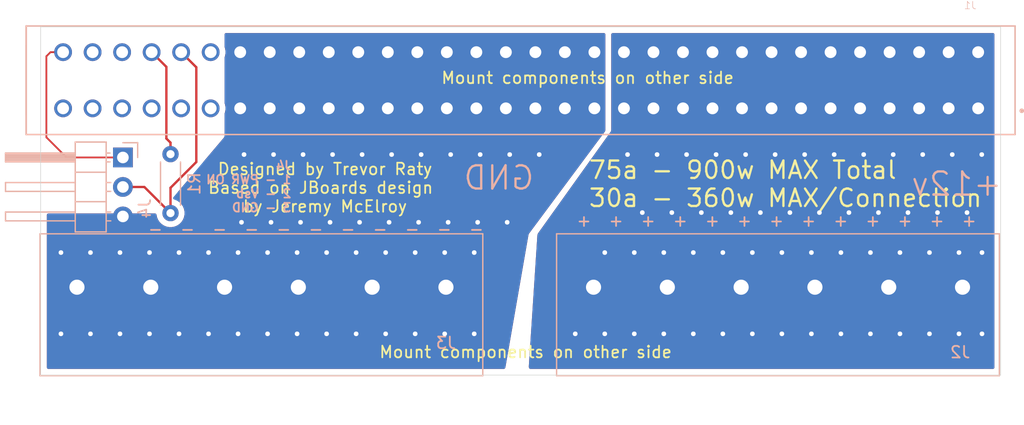
<source format=kicad_pcb>
(kicad_pcb (version 20171130) (host pcbnew "(5.1.5)-3")

  (general
    (thickness 1.6)
    (drawings 13)
    (tracks 123)
    (zones 0)
    (modules 5)
    (nets 15)
  )

  (page A4)
  (layers
    (0 F.Cu signal)
    (31 B.Cu signal)
    (32 B.Adhes user)
    (33 F.Adhes user)
    (34 B.Paste user)
    (35 F.Paste user)
    (36 B.SilkS user)
    (37 F.SilkS user)
    (38 B.Mask user)
    (39 F.Mask user)
    (40 Dwgs.User user)
    (41 Cmts.User user)
    (42 Eco1.User user)
    (43 Eco2.User user)
    (44 Edge.Cuts user)
    (45 Margin user)
    (46 B.CrtYd user)
    (47 F.CrtYd user)
    (48 B.Fab user)
    (49 F.Fab user)
  )

  (setup
    (last_trace_width 0.1524)
    (user_trace_width 0.2)
    (user_trace_width 0.225)
    (user_trace_width 0.25)
    (user_trace_width 0.3)
    (user_trace_width 0.4)
    (user_trace_width 0.5)
    (user_trace_width 0.75)
    (user_trace_width 1)
    (user_trace_width 1.25)
    (user_trace_width 1.5)
    (user_trace_width 1.75)
    (user_trace_width 2)
    (user_trace_width 2.5)
    (user_trace_width 3)
    (user_trace_width 4)
    (user_trace_width 5)
    (trace_clearance 0.1524)
    (zone_clearance 0.508)
    (zone_45_only no)
    (trace_min 0.1524)
    (via_size 0.8)
    (via_drill 0.4)
    (via_min_size 0.254)
    (via_min_drill 0.254)
    (uvia_size 0.3)
    (uvia_drill 0.1)
    (uvias_allowed no)
    (uvia_min_size 0.2)
    (uvia_min_drill 0.1)
    (edge_width 0.05)
    (segment_width 0.2)
    (pcb_text_width 0.3)
    (pcb_text_size 1.5 1.5)
    (mod_edge_width 0.12)
    (mod_text_size 1 1)
    (mod_text_width 0.15)
    (pad_size 1.524 1.524)
    (pad_drill 0.762)
    (pad_to_mask_clearance 0.051)
    (solder_mask_min_width 0.25)
    (aux_axis_origin 0 0)
    (visible_elements 7FFFFFFF)
    (pcbplotparams
      (layerselection 0x010fc_ffffffff)
      (usegerberextensions false)
      (usegerberattributes false)
      (usegerberadvancedattributes false)
      (creategerberjobfile false)
      (excludeedgelayer true)
      (linewidth 0.100000)
      (plotframeref false)
      (viasonmask false)
      (mode 1)
      (useauxorigin false)
      (hpglpennumber 1)
      (hpglpenspeed 20)
      (hpglpendiameter 15.000000)
      (psnegative false)
      (psa4output false)
      (plotreference true)
      (plotvalue true)
      (plotinvisibletext false)
      (padsonsilk false)
      (subtractmaskfromsilk false)
      (outputformat 1)
      (mirror false)
      (drillshape 1)
      (scaleselection 1)
      (outputdirectory ""))
  )

  (net 0 "")
  (net 1 +12V)
  (net 2 GND)
  (net 3 "Net-(J1-Pad36)")
  (net 4 "Net-(J1-Pad37)")
  (net 5 "Net-(J1-Pad27)")
  (net 6 "Net-(J1-Pad28)")
  (net 7 "Net-(J1-Pad29)")
  (net 8 "Net-(J1-Pad30)")
  (net 9 "Net-(J1-Pad31)")
  (net 10 "Net-(J1-Pad32)")
  (net 11 "Net-(J1-Pad33)")
  (net 12 "Net-(J1-Pad34)")
  (net 13 "Net-(J1-Pad35)")
  (net 14 "Net-(J1-Pad38)")

  (net_class Default "This is the default net class."
    (clearance 0.1524)
    (trace_width 0.1524)
    (via_dia 0.8)
    (via_drill 0.4)
    (uvia_dia 0.3)
    (uvia_drill 0.1)
    (add_net +12V)
    (add_net GND)
    (add_net "Net-(J1-Pad27)")
    (add_net "Net-(J1-Pad28)")
    (add_net "Net-(J1-Pad29)")
    (add_net "Net-(J1-Pad30)")
    (add_net "Net-(J1-Pad31)")
    (add_net "Net-(J1-Pad32)")
    (add_net "Net-(J1-Pad33)")
    (add_net "Net-(J1-Pad34)")
    (add_net "Net-(J1-Pad35)")
    (add_net "Net-(J1-Pad36)")
    (add_net "Net-(J1-Pad37)")
    (add_net "Net-(J1-Pad38)")
  )

  (module Resistors_THT:R_Axial_DIN0204_L3.6mm_D1.6mm_P5.08mm_Horizontal (layer B.Cu) (tedit 5874F706) (tstamp 5E741CFF)
    (at 111.17326 110.96498 270)
    (descr "Resistor, Axial_DIN0204 series, Axial, Horizontal, pin pitch=5.08mm, 0.16666666666666666W = 1/6W, length*diameter=3.6*1.6mm^2, http://cdn-reichelt.de/documents/datenblatt/B400/1_4W%23YAG.pdf")
    (tags "Resistor Axial_DIN0204 series Axial Horizontal pin pitch 5.08mm 0.16666666666666666W = 1/6W length 3.6mm diameter 1.6mm")
    (path /5E6AB1E4)
    (fp_text reference R1 (at 2.54508 -2.05232 90) (layer B.SilkS)
      (effects (font (size 1 1) (thickness 0.15)) (justify mirror))
    )
    (fp_text value 21K (at 2.54 -1.86 90) (layer B.Fab)
      (effects (font (size 1 1) (thickness 0.15)) (justify mirror))
    )
    (fp_line (start 6.05 1.15) (end -0.95 1.15) (layer B.CrtYd) (width 0.05))
    (fp_line (start 6.05 -1.15) (end 6.05 1.15) (layer B.CrtYd) (width 0.05))
    (fp_line (start -0.95 -1.15) (end 6.05 -1.15) (layer B.CrtYd) (width 0.05))
    (fp_line (start -0.95 1.15) (end -0.95 -1.15) (layer B.CrtYd) (width 0.05))
    (fp_line (start 0.68 -0.86) (end 4.4 -0.86) (layer B.SilkS) (width 0.12))
    (fp_line (start 0.68 0.86) (end 4.4 0.86) (layer B.SilkS) (width 0.12))
    (fp_line (start 5.08 0) (end 4.34 0) (layer B.Fab) (width 0.1))
    (fp_line (start 0 0) (end 0.74 0) (layer B.Fab) (width 0.1))
    (fp_line (start 4.34 0.8) (end 0.74 0.8) (layer B.Fab) (width 0.1))
    (fp_line (start 4.34 -0.8) (end 4.34 0.8) (layer B.Fab) (width 0.1))
    (fp_line (start 0.74 -0.8) (end 4.34 -0.8) (layer B.Fab) (width 0.1))
    (fp_line (start 0.74 0.8) (end 0.74 -0.8) (layer B.Fab) (width 0.1))
    (pad 2 thru_hole oval (at 5.08 0 270) (size 1.4 1.4) (drill 0.7) (layers *.Cu *.Mask)
      (net 4 "Net-(J1-Pad37)"))
    (pad 1 thru_hole circle (at 0 0 270) (size 1.4 1.4) (drill 0.7) (layers *.Cu *.Mask)
      (net 3 "Net-(J1-Pad36)"))
    (model ${KISYS3DMOD}/Resistors_THT.3dshapes/R_Axial_DIN0204_L3.6mm_D1.6mm_P5.08mm_Horizontal.wrl
      (at (xyz 0 0 0))
      (scale (xyz 0.393701 0.393701 0.393701))
      (rotate (xyz 0 0 0))
    )
  )

  (module Connector_TE-Connectivity:TE_1761469-1 (layer B.Cu) (tedit 0) (tstamp 5E66E879)
    (at 141.3 104.6 180)
    (path /5E668795)
    (fp_text reference J1 (at -38.6874 6.4519) (layer B.SilkS)
      (effects (font (size 0.640546 0.640546) (thickness 0.05)) (justify mirror))
    )
    (fp_text value 1761469-1 (at -45.2 -6.4) (layer B.SilkS) hide
      (effects (font (size 0.64004 0.64004) (thickness 0.05)) (justify mirror))
    )
    (fp_line (start -42.545 4.675) (end 42.545 4.675) (layer B.SilkS) (width 0.127))
    (fp_line (start 42.545 4.675) (end 42.545 -4.675) (layer B.SilkS) (width 0.15))
    (fp_line (start 42.545 -4.675) (end -42.545 -4.675) (layer B.SilkS) (width 0.127))
    (fp_line (start -42.795 4.925) (end 42.795 4.925) (layer Eco1.User) (width 0.05))
    (fp_line (start 42.795 4.925) (end 42.795 -4.925) (layer Eco1.User) (width 0.05))
    (fp_line (start 42.795 -4.925) (end -42.795 -4.925) (layer Eco1.User) (width 0.05))
    (fp_line (start -42.795 -4.925) (end -42.795 4.925) (layer Eco1.User) (width 0.05))
    (fp_circle (center -43.12 -2.63) (end -43.02 -2.63) (layer B.SilkS) (width 0.2))
    (fp_line (start -42.545 4.675) (end -42.545 -4.675) (layer B.SilkS) (width 0.127))
    (fp_line (start 42.545 3.025) (end 42.545 -3.025) (layer B.SilkS) (width 0.127))
    (fp_line (start -42.545 4.675) (end 42.545 4.675) (layer Eco2.User) (width 0.127))
    (fp_line (start -42.545 4.675) (end -42.545 -4.675) (layer Eco2.User) (width 0.127))
    (fp_line (start 42.545 -4.675) (end -42.545 -4.675) (layer Eco2.User) (width 0.127))
    (fp_line (start 42.545 4.675) (end 42.545 -4.675) (layer Eco2.User) (width 0.127))
    (pad 1 thru_hole rect (at -39.37 -2.42 180) (size 1.53 1.53) (drill 1.02) (layers *.Cu *.Mask)
      (net 1 +12V))
    (pad 2 thru_hole circle (at -36.83 -2.42 180) (size 1.53 1.53) (drill 1.02) (layers *.Cu *.Mask)
      (net 1 +12V))
    (pad 3 thru_hole circle (at -34.29 -2.42 180) (size 1.53 1.53) (drill 1.02) (layers *.Cu *.Mask)
      (net 1 +12V))
    (pad 4 thru_hole circle (at -31.75 -2.42 180) (size 1.53 1.53) (drill 1.02) (layers *.Cu *.Mask)
      (net 1 +12V))
    (pad 5 thru_hole circle (at -29.21 -2.42 180) (size 1.53 1.53) (drill 1.02) (layers *.Cu *.Mask)
      (net 1 +12V))
    (pad 6 thru_hole circle (at -26.67 -2.42 180) (size 1.53 1.53) (drill 1.02) (layers *.Cu *.Mask)
      (net 1 +12V))
    (pad 7 thru_hole circle (at -24.13 -2.42 180) (size 1.53 1.53) (drill 1.02) (layers *.Cu *.Mask)
      (net 1 +12V))
    (pad 8 thru_hole circle (at -21.59 -2.42 180) (size 1.53 1.53) (drill 1.02) (layers *.Cu *.Mask)
      (net 1 +12V))
    (pad 9 thru_hole circle (at -19.05 -2.42 180) (size 1.53 1.53) (drill 1.02) (layers *.Cu *.Mask)
      (net 1 +12V))
    (pad 10 thru_hole circle (at -16.51 -2.42 180) (size 1.53 1.53) (drill 1.02) (layers *.Cu *.Mask)
      (net 1 +12V))
    (pad 11 thru_hole circle (at -13.97 -2.42 180) (size 1.53 1.53) (drill 1.02) (layers *.Cu *.Mask)
      (net 1 +12V))
    (pad 12 thru_hole circle (at -11.43 -2.42 180) (size 1.53 1.53) (drill 1.02) (layers *.Cu *.Mask)
      (net 1 +12V))
    (pad 13 thru_hole circle (at -8.89 -2.42 180) (size 1.53 1.53) (drill 1.02) (layers *.Cu *.Mask)
      (net 1 +12V))
    (pad 14 thru_hole circle (at -6.35 -2.42 180) (size 1.53 1.53) (drill 1.02) (layers *.Cu *.Mask)
      (net 2 GND))
    (pad 15 thru_hole circle (at -3.81 -2.42 180) (size 1.53 1.53) (drill 1.02) (layers *.Cu *.Mask)
      (net 2 GND))
    (pad 16 thru_hole circle (at -1.27 -2.42 180) (size 1.53 1.53) (drill 1.02) (layers *.Cu *.Mask)
      (net 2 GND))
    (pad 17 thru_hole circle (at 1.27 -2.42 180) (size 1.53 1.53) (drill 1.02) (layers *.Cu *.Mask)
      (net 2 GND))
    (pad 18 thru_hole circle (at 3.81 -2.42 180) (size 1.53 1.53) (drill 1.02) (layers *.Cu *.Mask)
      (net 2 GND))
    (pad 19 thru_hole circle (at 6.35 -2.42 180) (size 1.53 1.53) (drill 1.02) (layers *.Cu *.Mask)
      (net 2 GND))
    (pad 20 thru_hole circle (at 8.89 -2.42 180) (size 1.53 1.53) (drill 1.02) (layers *.Cu *.Mask)
      (net 2 GND))
    (pad 21 thru_hole circle (at 11.43 -2.42 180) (size 1.53 1.53) (drill 1.02) (layers *.Cu *.Mask)
      (net 2 GND))
    (pad 22 thru_hole circle (at 13.97 -2.42 180) (size 1.53 1.53) (drill 1.02) (layers *.Cu *.Mask)
      (net 2 GND))
    (pad 23 thru_hole circle (at 16.51 -2.42 180) (size 1.53 1.53) (drill 1.02) (layers *.Cu *.Mask)
      (net 2 GND))
    (pad 24 thru_hole circle (at 19.05 -2.42 180) (size 1.53 1.53) (drill 1.02) (layers *.Cu *.Mask)
      (net 2 GND))
    (pad 25 thru_hole circle (at 21.59 -2.42 180) (size 1.53 1.53) (drill 1.02) (layers *.Cu *.Mask)
      (net 2 GND))
    (pad 26 thru_hole circle (at 24.13 -2.42 180) (size 1.53 1.53) (drill 1.02) (layers *.Cu *.Mask)
      (net 2 GND))
    (pad 27 thru_hole circle (at 26.67 -2.42 180) (size 1.53 1.53) (drill 1.02) (layers *.Cu *.Mask)
      (net 5 "Net-(J1-Pad27)"))
    (pad 28 thru_hole circle (at 29.21 -2.42 180) (size 1.53 1.53) (drill 1.02) (layers *.Cu *.Mask)
      (net 6 "Net-(J1-Pad28)"))
    (pad 29 thru_hole circle (at 31.75 -2.42 180) (size 1.53 1.53) (drill 1.02) (layers *.Cu *.Mask)
      (net 7 "Net-(J1-Pad29)"))
    (pad 30 thru_hole circle (at 34.29 -2.42 180) (size 1.53 1.53) (drill 1.02) (layers *.Cu *.Mask)
      (net 8 "Net-(J1-Pad30)"))
    (pad 31 thru_hole circle (at 36.83 -2.42 180) (size 1.53 1.53) (drill 1.02) (layers *.Cu *.Mask)
      (net 9 "Net-(J1-Pad31)"))
    (pad 32 thru_hole circle (at 39.37 -2.42 180) (size 1.53 1.53) (drill 1.02) (layers *.Cu *.Mask)
      (net 10 "Net-(J1-Pad32)"))
    (pad 33 thru_hole circle (at 39.37 2.42) (size 1.53 1.53) (drill 1.02) (layers *.Cu *.Mask)
      (net 11 "Net-(J1-Pad33)"))
    (pad 34 thru_hole circle (at 36.83 2.42) (size 1.53 1.53) (drill 1.02) (layers *.Cu *.Mask)
      (net 12 "Net-(J1-Pad34)"))
    (pad 35 thru_hole circle (at 34.29 2.42) (size 1.53 1.53) (drill 1.02) (layers *.Cu *.Mask)
      (net 13 "Net-(J1-Pad35)"))
    (pad 36 thru_hole circle (at 31.75 2.42) (size 1.53 1.53) (drill 1.02) (layers *.Cu *.Mask)
      (net 3 "Net-(J1-Pad36)"))
    (pad 37 thru_hole circle (at 29.21 2.42) (size 1.53 1.53) (drill 1.02) (layers *.Cu *.Mask)
      (net 4 "Net-(J1-Pad37)"))
    (pad 38 thru_hole circle (at 26.67 2.42) (size 1.53 1.53) (drill 1.02) (layers *.Cu *.Mask)
      (net 14 "Net-(J1-Pad38)"))
    (pad 39 thru_hole circle (at 24.13 2.42) (size 1.53 1.53) (drill 1.02) (layers *.Cu *.Mask)
      (net 2 GND))
    (pad 40 thru_hole circle (at 21.59 2.42) (size 1.53 1.53) (drill 1.02) (layers *.Cu *.Mask)
      (net 2 GND))
    (pad 41 thru_hole circle (at 19.05 2.42) (size 1.53 1.53) (drill 1.02) (layers *.Cu *.Mask)
      (net 2 GND))
    (pad 42 thru_hole circle (at 16.51 2.42) (size 1.53 1.53) (drill 1.02) (layers *.Cu *.Mask)
      (net 2 GND))
    (pad 43 thru_hole circle (at 13.97 2.42) (size 1.53 1.53) (drill 1.02) (layers *.Cu *.Mask)
      (net 2 GND))
    (pad 44 thru_hole circle (at 11.43 2.42) (size 1.53 1.53) (drill 1.02) (layers *.Cu *.Mask)
      (net 2 GND))
    (pad 45 thru_hole circle (at 8.89 2.42) (size 1.53 1.53) (drill 1.02) (layers *.Cu *.Mask)
      (net 2 GND))
    (pad 46 thru_hole circle (at 6.35 2.42) (size 1.53 1.53) (drill 1.02) (layers *.Cu *.Mask)
      (net 2 GND))
    (pad 47 thru_hole circle (at 3.81 2.42) (size 1.53 1.53) (drill 1.02) (layers *.Cu *.Mask)
      (net 2 GND))
    (pad 48 thru_hole circle (at 1.27 2.42) (size 1.53 1.53) (drill 1.02) (layers *.Cu *.Mask)
      (net 2 GND))
    (pad 49 thru_hole circle (at -1.27 2.42) (size 1.53 1.53) (drill 1.02) (layers *.Cu *.Mask)
      (net 2 GND))
    (pad 50 thru_hole circle (at -3.81 2.42) (size 1.53 1.53) (drill 1.02) (layers *.Cu *.Mask)
      (net 2 GND))
    (pad 51 thru_hole circle (at -6.35 2.42) (size 1.53 1.53) (drill 1.02) (layers *.Cu *.Mask)
      (net 2 GND))
    (pad 52 thru_hole circle (at -8.89 2.42) (size 1.53 1.53) (drill 1.02) (layers *.Cu *.Mask)
      (net 1 +12V))
    (pad 53 thru_hole circle (at -11.43 2.42) (size 1.53 1.53) (drill 1.02) (layers *.Cu *.Mask)
      (net 1 +12V))
    (pad 54 thru_hole circle (at -13.97 2.42) (size 1.53 1.53) (drill 1.02) (layers *.Cu *.Mask)
      (net 1 +12V))
    (pad 55 thru_hole circle (at -16.51 2.42) (size 1.53 1.53) (drill 1.02) (layers *.Cu *.Mask)
      (net 1 +12V))
    (pad 56 thru_hole circle (at -19.05 2.42) (size 1.53 1.53) (drill 1.02) (layers *.Cu *.Mask)
      (net 1 +12V))
    (pad 57 thru_hole circle (at -21.59 2.42) (size 1.53 1.53) (drill 1.02) (layers *.Cu *.Mask)
      (net 1 +12V))
    (pad 58 thru_hole circle (at -24.13 2.42) (size 1.53 1.53) (drill 1.02) (layers *.Cu *.Mask)
      (net 1 +12V))
    (pad 59 thru_hole circle (at -26.67 2.42) (size 1.53 1.53) (drill 1.02) (layers *.Cu *.Mask)
      (net 1 +12V))
    (pad 60 thru_hole circle (at -29.21 2.42) (size 1.53 1.53) (drill 1.02) (layers *.Cu *.Mask)
      (net 1 +12V))
    (pad 61 thru_hole circle (at -31.75 2.42) (size 1.53 1.53) (drill 1.02) (layers *.Cu *.Mask)
      (net 1 +12V))
    (pad 62 thru_hole circle (at -34.29 2.42) (size 1.53 1.53) (drill 1.02) (layers *.Cu *.Mask)
      (net 1 +12V))
    (pad 63 thru_hole circle (at -36.83 2.42) (size 1.53 1.53) (drill 1.02) (layers *.Cu *.Mask)
      (net 1 +12V))
    (pad 64 thru_hole circle (at -39.37 2.42) (size 1.53 1.53) (drill 1.02) (layers *.Cu *.Mask)
      (net 1 +12V))
  )

  (module Connector_TE-Connectivity:6_position_6.35mm_header (layer B.Cu) (tedit 5E669147) (tstamp 5E741F04)
    (at 179.324 122.428 180)
    (path /5E66E09C)
    (fp_text reference J2 (at 0.2 -5.6) (layer B.SilkS)
      (effects (font (size 1 1) (thickness 0.15)) (justify mirror))
    )
    (fp_text value +12v (at -2.625 -11.05) (layer B.Fab)
      (effects (font (size 1 1) (thickness 0.15)) (justify mirror))
    )
    (fp_line (start 34.93 4.6) (end -3.17 4.6) (layer B.SilkS) (width 0.12))
    (fp_line (start 34.93 -7.62) (end 34.93 4.6) (layer B.SilkS) (width 0.12))
    (fp_line (start -3.17 -7.62) (end 34.93 -7.62) (layer B.SilkS) (width 0.12))
    (fp_line (start -3.17 4.6) (end -3.17 -7.62) (layer B.SilkS) (width 0.12))
    (pad 6 thru_hole oval (at 31.75 0 180) (size 2 3) (drill 1.3) (layers *.Cu *.Mask)
      (net 1 +12V))
    (pad 5 thru_hole oval (at 25.4 0 180) (size 2 3) (drill 1.3) (layers *.Cu *.Mask)
      (net 1 +12V))
    (pad 4 thru_hole oval (at 19.05 0 180) (size 2 3) (drill 1.3) (layers *.Cu *.Mask)
      (net 1 +12V))
    (pad 3 thru_hole oval (at 12.7 0 180) (size 2 3) (drill 1.3) (layers *.Cu *.Mask)
      (net 1 +12V))
    (pad 2 thru_hole oval (at 6.35 0 180) (size 2 3) (drill 1.3) (layers *.Cu *.Mask)
      (net 1 +12V))
    (pad 1 thru_hole oval (at 0 0 180) (size 2 3) (drill 1.3) (layers *.Cu *.Mask)
      (net 1 +12V))
  )

  (module Connector_TE-Connectivity:6_position_6.35mm_header (layer B.Cu) (tedit 5E669147) (tstamp 5E66E895)
    (at 134.874 122.428 180)
    (path /5E66CC2B)
    (fp_text reference J3 (at 0 -4.8) (layer B.SilkS)
      (effects (font (size 1 1) (thickness 0.15)) (justify mirror))
    )
    (fp_text value GND (at -2.625 -11.05) (layer B.Fab)
      (effects (font (size 1 1) (thickness 0.15)) (justify mirror))
    )
    (fp_line (start -3.17 4.6) (end -3.17 -7.62) (layer B.SilkS) (width 0.12))
    (fp_line (start -3.17 -7.62) (end 34.93 -7.62) (layer B.SilkS) (width 0.12))
    (fp_line (start 34.93 -7.62) (end 34.93 4.6) (layer B.SilkS) (width 0.12))
    (fp_line (start 34.93 4.6) (end -3.17 4.6) (layer B.SilkS) (width 0.12))
    (pad 1 thru_hole oval (at 0 0 180) (size 2 3) (drill 1.3) (layers *.Cu *.Mask)
      (net 2 GND))
    (pad 2 thru_hole oval (at 6.35 0 180) (size 2 3) (drill 1.3) (layers *.Cu *.Mask)
      (net 2 GND))
    (pad 3 thru_hole oval (at 12.7 0 180) (size 2 3) (drill 1.3) (layers *.Cu *.Mask)
      (net 2 GND))
    (pad 4 thru_hole oval (at 19.05 0 180) (size 2 3) (drill 1.3) (layers *.Cu *.Mask)
      (net 2 GND))
    (pad 5 thru_hole oval (at 25.4 0 180) (size 2 3) (drill 1.3) (layers *.Cu *.Mask)
      (net 2 GND))
    (pad 6 thru_hole oval (at 31.75 0 180) (size 2 3) (drill 1.3) (layers *.Cu *.Mask)
      (net 2 GND))
  )

  (module Connector_PinHeader_2.54mm:PinHeader_1x03_P2.54mm_Horizontal (layer B.Cu) (tedit 59FED5CB) (tstamp 5E8A6258)
    (at 107.07624 111.252 180)
    (descr "Through hole angled pin header, 1x03, 2.54mm pitch, 6mm pin length, single row")
    (tags "Through hole angled pin header THT 1x03 2.54mm single row")
    (path /5E8A7F5A)
    (fp_text reference J4 (at -1.88468 -4.39674 90) (layer B.SilkS)
      (effects (font (size 1 1) (thickness 0.15)) (justify mirror))
    )
    (fp_text value "Remote Relay" (at 4.385 -7.35) (layer B.Fab)
      (effects (font (size 1 1) (thickness 0.15)) (justify mirror))
    )
    (fp_line (start 2.135 1.27) (end 4.04 1.27) (layer B.Fab) (width 0.1))
    (fp_line (start 4.04 1.27) (end 4.04 -6.35) (layer B.Fab) (width 0.1))
    (fp_line (start 4.04 -6.35) (end 1.5 -6.35) (layer B.Fab) (width 0.1))
    (fp_line (start 1.5 -6.35) (end 1.5 0.635) (layer B.Fab) (width 0.1))
    (fp_line (start 1.5 0.635) (end 2.135 1.27) (layer B.Fab) (width 0.1))
    (fp_line (start -0.32 0.32) (end 1.5 0.32) (layer B.Fab) (width 0.1))
    (fp_line (start -0.32 0.32) (end -0.32 -0.32) (layer B.Fab) (width 0.1))
    (fp_line (start -0.32 -0.32) (end 1.5 -0.32) (layer B.Fab) (width 0.1))
    (fp_line (start 4.04 0.32) (end 10.04 0.32) (layer B.Fab) (width 0.1))
    (fp_line (start 10.04 0.32) (end 10.04 -0.32) (layer B.Fab) (width 0.1))
    (fp_line (start 4.04 -0.32) (end 10.04 -0.32) (layer B.Fab) (width 0.1))
    (fp_line (start -0.32 -2.22) (end 1.5 -2.22) (layer B.Fab) (width 0.1))
    (fp_line (start -0.32 -2.22) (end -0.32 -2.86) (layer B.Fab) (width 0.1))
    (fp_line (start -0.32 -2.86) (end 1.5 -2.86) (layer B.Fab) (width 0.1))
    (fp_line (start 4.04 -2.22) (end 10.04 -2.22) (layer B.Fab) (width 0.1))
    (fp_line (start 10.04 -2.22) (end 10.04 -2.86) (layer B.Fab) (width 0.1))
    (fp_line (start 4.04 -2.86) (end 10.04 -2.86) (layer B.Fab) (width 0.1))
    (fp_line (start -0.32 -4.76) (end 1.5 -4.76) (layer B.Fab) (width 0.1))
    (fp_line (start -0.32 -4.76) (end -0.32 -5.4) (layer B.Fab) (width 0.1))
    (fp_line (start -0.32 -5.4) (end 1.5 -5.4) (layer B.Fab) (width 0.1))
    (fp_line (start 4.04 -4.76) (end 10.04 -4.76) (layer B.Fab) (width 0.1))
    (fp_line (start 10.04 -4.76) (end 10.04 -5.4) (layer B.Fab) (width 0.1))
    (fp_line (start 4.04 -5.4) (end 10.04 -5.4) (layer B.Fab) (width 0.1))
    (fp_line (start 1.44 1.33) (end 1.44 -6.41) (layer B.SilkS) (width 0.12))
    (fp_line (start 1.44 -6.41) (end 4.1 -6.41) (layer B.SilkS) (width 0.12))
    (fp_line (start 4.1 -6.41) (end 4.1 1.33) (layer B.SilkS) (width 0.12))
    (fp_line (start 4.1 1.33) (end 1.44 1.33) (layer B.SilkS) (width 0.12))
    (fp_line (start 4.1 0.38) (end 10.1 0.38) (layer B.SilkS) (width 0.12))
    (fp_line (start 10.1 0.38) (end 10.1 -0.38) (layer B.SilkS) (width 0.12))
    (fp_line (start 10.1 -0.38) (end 4.1 -0.38) (layer B.SilkS) (width 0.12))
    (fp_line (start 4.1 0.32) (end 10.1 0.32) (layer B.SilkS) (width 0.12))
    (fp_line (start 4.1 0.2) (end 10.1 0.2) (layer B.SilkS) (width 0.12))
    (fp_line (start 4.1 0.08) (end 10.1 0.08) (layer B.SilkS) (width 0.12))
    (fp_line (start 4.1 -0.04) (end 10.1 -0.04) (layer B.SilkS) (width 0.12))
    (fp_line (start 4.1 -0.16) (end 10.1 -0.16) (layer B.SilkS) (width 0.12))
    (fp_line (start 4.1 -0.28) (end 10.1 -0.28) (layer B.SilkS) (width 0.12))
    (fp_line (start 1.11 0.38) (end 1.44 0.38) (layer B.SilkS) (width 0.12))
    (fp_line (start 1.11 -0.38) (end 1.44 -0.38) (layer B.SilkS) (width 0.12))
    (fp_line (start 1.44 -1.27) (end 4.1 -1.27) (layer B.SilkS) (width 0.12))
    (fp_line (start 4.1 -2.16) (end 10.1 -2.16) (layer B.SilkS) (width 0.12))
    (fp_line (start 10.1 -2.16) (end 10.1 -2.92) (layer B.SilkS) (width 0.12))
    (fp_line (start 10.1 -2.92) (end 4.1 -2.92) (layer B.SilkS) (width 0.12))
    (fp_line (start 1.042929 -2.16) (end 1.44 -2.16) (layer B.SilkS) (width 0.12))
    (fp_line (start 1.042929 -2.92) (end 1.44 -2.92) (layer B.SilkS) (width 0.12))
    (fp_line (start 1.44 -3.81) (end 4.1 -3.81) (layer B.SilkS) (width 0.12))
    (fp_line (start 4.1 -4.7) (end 10.1 -4.7) (layer B.SilkS) (width 0.12))
    (fp_line (start 10.1 -4.7) (end 10.1 -5.46) (layer B.SilkS) (width 0.12))
    (fp_line (start 10.1 -5.46) (end 4.1 -5.46) (layer B.SilkS) (width 0.12))
    (fp_line (start 1.042929 -4.7) (end 1.44 -4.7) (layer B.SilkS) (width 0.12))
    (fp_line (start 1.042929 -5.46) (end 1.44 -5.46) (layer B.SilkS) (width 0.12))
    (fp_line (start -1.27 0) (end -1.27 1.27) (layer B.SilkS) (width 0.12))
    (fp_line (start -1.27 1.27) (end 0 1.27) (layer B.SilkS) (width 0.12))
    (fp_line (start -1.8 1.8) (end -1.8 -6.85) (layer B.CrtYd) (width 0.05))
    (fp_line (start -1.8 -6.85) (end 10.55 -6.85) (layer B.CrtYd) (width 0.05))
    (fp_line (start 10.55 -6.85) (end 10.55 1.8) (layer B.CrtYd) (width 0.05))
    (fp_line (start 10.55 1.8) (end -1.8 1.8) (layer B.CrtYd) (width 0.05))
    (fp_text user %R (at 2.77 -2.54 270) (layer B.Fab)
      (effects (font (size 1 1) (thickness 0.15)) (justify mirror))
    )
    (pad 1 thru_hole rect (at 0 0 180) (size 1.7 1.7) (drill 1) (layers *.Cu *.Mask)
      (net 11 "Net-(J1-Pad33)"))
    (pad 2 thru_hole oval (at 0 -2.54 180) (size 1.7 1.7) (drill 1) (layers *.Cu *.Mask)
      (net 4 "Net-(J1-Pad37)"))
    (pad 3 thru_hole oval (at 0 -5.08 180) (size 1.7 1.7) (drill 1) (layers *.Cu *.Mask)
      (net 2 GND))
    (model ${KISYS3DMOD}/Connector_PinHeader_2.54mm.3dshapes/PinHeader_1x03_P2.54mm_Horizontal.wrl
      (at (xyz 0 0 0))
      (scale (xyz 1 1 1))
      (rotate (xyz 0 0 0))
    )
  )

  (gr_text "J4\n1 - PWR ON\n2 - Vsb\n3 - GND" (at 121.64314 113.76152) (layer B.SilkS)
    (effects (font (size 0.75 0.75) (thickness 0.15)) (justify left mirror))
  )
  (gr_text "Mount components on other side" (at 147.066 104.394) (layer F.SilkS) (tstamp 5E7420AC)
    (effects (font (size 1 1) (thickness 0.15)))
  )
  (gr_text "Mount components on other side" (at 141.732 128.016) (layer F.SilkS)
    (effects (font (size 1 1) (thickness 0.15)))
  )
  (gr_text "-  -  -  -  -  -  -  -  -  -  -  " (at 122.9233 117.41658) (layer B.SilkS) (tstamp 5E741F94)
    (effects (font (size 1 1) (thickness 0.15)) (justify mirror))
  )
  (gr_text "+  +  +  +  +  +  +  +  +  +  +  +  +  " (at 162.56 116.694) (layer B.SilkS) (tstamp 5E741F88)
    (effects (font (size 1 1) (thickness 0.15)) (justify mirror))
  )
  (gr_text "Designed by Trevor Raty\nBased on JBoards design \nby Jeremy McElroy" (at 124.47016 113.85804) (layer F.SilkS)
    (effects (font (size 1 1) (thickness 0.15)))
  )
  (gr_text "75a - 900w MAX Total\n30a - 360w MAX/Connection" (at 147.066 113.538) (layer F.SilkS)
    (effects (font (size 1.5 1.5) (thickness 0.2)) (justify left))
  )
  (gr_text +12v (at 178.816 113.538) (layer B.SilkS) (tstamp 5E741E98)
    (effects (font (size 2 2) (thickness 0.2)) (justify mirror))
  )
  (gr_text GND (at 139.43076 113.00968) (layer B.SilkS)
    (effects (font (size 2 2) (thickness 0.2)) (justify mirror))
  )
  (gr_line (start 100 130) (end 182.6 130) (layer Edge.Cuts) (width 0.05) (tstamp 5E741EF5))
  (gr_line (start 100 100) (end 182.6 100) (layer Edge.Cuts) (width 0.05))
  (gr_line (start 182.6 130) (end 182.6 100) (layer Edge.Cuts) (width 0.05) (tstamp 5E741EF2))
  (gr_line (start 100 100) (end 100 130) (layer Edge.Cuts) (width 0.05))

  (via (at 181 119.444) (size 0.8) (drill 0.4) (layers F.Cu B.Cu) (net 1) (tstamp 5E741EBF))
  (via (at 148.54 119.444) (size 0.8) (drill 0.4) (layers F.Cu B.Cu) (net 1) (tstamp 5E741EE0))
  (via (at 151.08 119.444) (size 0.8) (drill 0.4) (layers F.Cu B.Cu) (net 1) (tstamp 5E741EE3))
  (via (at 153.62 119.444) (size 0.8) (drill 0.4) (layers F.Cu B.Cu) (net 1) (tstamp 5E741EEC))
  (via (at 156.16 119.444) (size 0.8) (drill 0.4) (layers F.Cu B.Cu) (net 1) (tstamp 5E741EDD))
  (via (at 158.7 119.444) (size 0.8) (drill 0.4) (layers F.Cu B.Cu) (net 1) (tstamp 5E741EDA))
  (via (at 161.24 119.444) (size 0.8) (drill 0.4) (layers F.Cu B.Cu) (net 1) (tstamp 5E741ED7))
  (via (at 163.78 119.444) (size 0.8) (drill 0.4) (layers F.Cu B.Cu) (net 1) (tstamp 5E741EB9))
  (via (at 166.32 119.444) (size 0.8) (drill 0.4) (layers F.Cu B.Cu) (net 1) (tstamp 5E741EBC))
  (via (at 168.86 119.444) (size 0.8) (drill 0.4) (layers F.Cu B.Cu) (net 1) (tstamp 5E741ED4))
  (via (at 171.4 119.444) (size 0.8) (drill 0.4) (layers F.Cu B.Cu) (net 1) (tstamp 5E741ED1))
  (via (at 173.94 119.444) (size 0.8) (drill 0.4) (layers F.Cu B.Cu) (net 1) (tstamp 5E741EE9))
  (via (at 176.48 119.444) (size 0.8) (drill 0.4) (layers F.Cu B.Cu) (net 1) (tstamp 5E741ECE))
  (via (at 179.02 119.444) (size 0.8) (drill 0.4) (layers F.Cu B.Cu) (net 1) (tstamp 5E741EEF))
  (via (at 146 126.444) (size 0.8) (drill 0.4) (layers F.Cu B.Cu) (net 1) (tstamp 5E741EE6))
  (via (at 148.54 126.444) (size 0.8) (drill 0.4) (layers F.Cu B.Cu) (net 1) (tstamp 5E741EB6))
  (via (at 151.08 126.444) (size 0.8) (drill 0.4) (layers F.Cu B.Cu) (net 1) (tstamp 5E741ECB))
  (via (at 153.62 126.444) (size 0.8) (drill 0.4) (layers F.Cu B.Cu) (net 1) (tstamp 5E741EC8))
  (via (at 156.16 126.444) (size 0.8) (drill 0.4) (layers F.Cu B.Cu) (net 1) (tstamp 5E741EC5))
  (via (at 158.7 126.444) (size 0.8) (drill 0.4) (layers F.Cu B.Cu) (net 1) (tstamp 5E741EC2))
  (via (at 161.24 126.444) (size 0.8) (drill 0.4) (layers F.Cu B.Cu) (net 1) (tstamp 5E741EB3))
  (via (at 163.78 126.444) (size 0.8) (drill 0.4) (layers F.Cu B.Cu) (net 1) (tstamp 5E741EA4))
  (via (at 166.32 126.444) (size 0.8) (drill 0.4) (layers F.Cu B.Cu) (net 1) (tstamp 5E741EAA))
  (via (at 168.86 126.444) (size 0.8) (drill 0.4) (layers F.Cu B.Cu) (net 1) (tstamp 5E741E9E))
  (via (at 171.4 126.444) (size 0.8) (drill 0.4) (layers F.Cu B.Cu) (net 1) (tstamp 5E741EAD))
  (via (at 173.94 126.444) (size 0.8) (drill 0.4) (layers F.Cu B.Cu) (net 1) (tstamp 5E741E9B))
  (via (at 176.48 126.444) (size 0.8) (drill 0.4) (layers F.Cu B.Cu) (net 1) (tstamp 5E741EA7))
  (via (at 179.02 126.444) (size 0.8) (drill 0.4) (layers F.Cu B.Cu) (net 1) (tstamp 5E741EA1))
  (via (at 181 126.444) (size 0.8) (drill 0.4) (layers F.Cu B.Cu) (net 1) (tstamp 5E741EB0))
  (via (at 150.5 111) (size 0.8) (drill 0.4) (layers F.Cu B.Cu) (net 1))
  (via (at 153.04 111) (size 0.8) (drill 0.4) (layers F.Cu B.Cu) (net 1) (tstamp 5E66F8A8))
  (via (at 155.58 111) (size 0.8) (drill 0.4) (layers F.Cu B.Cu) (net 1) (tstamp 5E66F8AA))
  (via (at 158.12 111) (size 0.8) (drill 0.4) (layers F.Cu B.Cu) (net 1) (tstamp 5E66F8AC))
  (via (at 160.66 111) (size 0.8) (drill 0.4) (layers F.Cu B.Cu) (net 1) (tstamp 5E66F8AE))
  (via (at 163.2 111) (size 0.8) (drill 0.4) (layers F.Cu B.Cu) (net 1) (tstamp 5E66F8B0))
  (via (at 165.74 111) (size 0.8) (drill 0.4) (layers F.Cu B.Cu) (net 1) (tstamp 5E66F8B2))
  (via (at 168.28 111) (size 0.8) (drill 0.4) (layers F.Cu B.Cu) (net 1) (tstamp 5E66F8B4))
  (via (at 170.82 111) (size 0.8) (drill 0.4) (layers F.Cu B.Cu) (net 1) (tstamp 5E66F8B6))
  (via (at 173.36 111) (size 0.8) (drill 0.4) (layers F.Cu B.Cu) (net 1) (tstamp 5E66F8B8))
  (via (at 175.9 111) (size 0.8) (drill 0.4) (layers F.Cu B.Cu) (net 1) (tstamp 5E66F8BA))
  (via (at 178.44 111) (size 0.8) (drill 0.4) (layers F.Cu B.Cu) (net 1) (tstamp 5E66F8BC))
  (via (at 180.98 111) (size 0.8) (drill 0.4) (layers F.Cu B.Cu) (net 1) (tstamp 5E66F8BE))
  (via (at 151.77 116) (size 0.8) (drill 0.4) (layers F.Cu B.Cu) (net 1) (tstamp 5E66F8C2))
  (via (at 154.31 116) (size 0.8) (drill 0.4) (layers F.Cu B.Cu) (net 1) (tstamp 5E66F8C4))
  (via (at 156.85 116) (size 0.8) (drill 0.4) (layers F.Cu B.Cu) (net 1) (tstamp 5E66F8C6))
  (via (at 159.39 116) (size 0.8) (drill 0.4) (layers F.Cu B.Cu) (net 1) (tstamp 5E66F8C8))
  (via (at 161.93 116) (size 0.8) (drill 0.4) (layers F.Cu B.Cu) (net 1) (tstamp 5E66F8CA))
  (via (at 164.47 116) (size 0.8) (drill 0.4) (layers F.Cu B.Cu) (net 1) (tstamp 5E66F8CC))
  (via (at 167.01 116) (size 0.8) (drill 0.4) (layers F.Cu B.Cu) (net 1) (tstamp 5E66F8CE))
  (via (at 169.55 116) (size 0.8) (drill 0.4) (layers F.Cu B.Cu) (net 1) (tstamp 5E66F8D0))
  (via (at 172.09 116) (size 0.8) (drill 0.4) (layers F.Cu B.Cu) (net 1) (tstamp 5E66F8D2))
  (via (at 174.63 116) (size 0.8) (drill 0.4) (layers F.Cu B.Cu) (net 1) (tstamp 5E66F8D4))
  (via (at 177.17 116) (size 0.8) (drill 0.4) (layers F.Cu B.Cu) (net 1) (tstamp 5E66F8D6))
  (via (at 179.71 116) (size 0.8) (drill 0.4) (layers F.Cu B.Cu) (net 1) (tstamp 5E66F8D8))
  (segment (start 115.646 120.744) (end 115.646 122.444) (width 0.2) (layer F.Cu) (net 2) (status 20))
  (via (at 117.5 111) (size 0.8) (drill 0.4) (layers F.Cu B.Cu) (net 2))
  (via (at 101.746 119.444) (size 0.8) (drill 0.4) (layers F.Cu B.Cu) (net 2))
  (via (at 104.286 119.444) (size 0.8) (drill 0.4) (layers F.Cu B.Cu) (net 2) (tstamp 5E66F6E5))
  (via (at 106.826 119.444) (size 0.8) (drill 0.4) (layers F.Cu B.Cu) (net 2) (tstamp 5E66F6E7))
  (via (at 109.366 119.444) (size 0.8) (drill 0.4) (layers F.Cu B.Cu) (net 2) (tstamp 5E66F6E9))
  (via (at 111.906 119.444) (size 0.8) (drill 0.4) (layers F.Cu B.Cu) (net 2) (tstamp 5E66F6EB))
  (via (at 114.446 119.444) (size 0.8) (drill 0.4) (layers F.Cu B.Cu) (net 2) (tstamp 5E66F6ED))
  (via (at 116.986 119.444) (size 0.8) (drill 0.4) (layers F.Cu B.Cu) (net 2) (tstamp 5E66F6EF))
  (via (at 119.526 119.444) (size 0.8) (drill 0.4) (layers F.Cu B.Cu) (net 2) (tstamp 5E66F6F1))
  (via (at 122.066 119.444) (size 0.8) (drill 0.4) (layers F.Cu B.Cu) (net 2) (tstamp 5E66F6F3))
  (via (at 124.606 119.444) (size 0.8) (drill 0.4) (layers F.Cu B.Cu) (net 2) (tstamp 5E66F6F5))
  (via (at 127.146 119.444) (size 0.8) (drill 0.4) (layers F.Cu B.Cu) (net 2) (tstamp 5E66F6F7))
  (via (at 129.686 119.444) (size 0.8) (drill 0.4) (layers F.Cu B.Cu) (net 2) (tstamp 5E66F6F9))
  (via (at 132.226 119.444) (size 0.8) (drill 0.4) (layers F.Cu B.Cu) (net 2) (tstamp 5E66F6FB))
  (via (at 134.766 119.444) (size 0.8) (drill 0.4) (layers F.Cu B.Cu) (net 2) (tstamp 5E66F6FD))
  (via (at 137.306 119.444) (size 0.8) (drill 0.4) (layers F.Cu B.Cu) (net 2) (tstamp 5E66F6FF))
  (via (at 101.746 126.444) (size 0.8) (drill 0.4) (layers F.Cu B.Cu) (net 2) (tstamp 5E66F701))
  (via (at 104.286 126.444) (size 0.8) (drill 0.4) (layers F.Cu B.Cu) (net 2) (tstamp 5E66F703))
  (via (at 106.826 126.444) (size 0.8) (drill 0.4) (layers F.Cu B.Cu) (net 2) (tstamp 5E66F705))
  (via (at 109.366 126.444) (size 0.8) (drill 0.4) (layers F.Cu B.Cu) (net 2) (tstamp 5E66F707))
  (via (at 111.906 126.444) (size 0.8) (drill 0.4) (layers F.Cu B.Cu) (net 2) (tstamp 5E66F709))
  (via (at 114.446 126.444) (size 0.8) (drill 0.4) (layers F.Cu B.Cu) (net 2) (tstamp 5E66F70B))
  (via (at 116.986 126.444) (size 0.8) (drill 0.4) (layers F.Cu B.Cu) (net 2) (tstamp 5E66F70D))
  (via (at 119.526 126.444) (size 0.8) (drill 0.4) (layers F.Cu B.Cu) (net 2) (tstamp 5E66F70F))
  (via (at 122.066 126.444) (size 0.8) (drill 0.4) (layers F.Cu B.Cu) (net 2) (tstamp 5E66F711))
  (via (at 124.606 126.444) (size 0.8) (drill 0.4) (layers F.Cu B.Cu) (net 2) (tstamp 5E66F713))
  (via (at 127.146 126.444) (size 0.8) (drill 0.4) (layers F.Cu B.Cu) (net 2) (tstamp 5E66F715))
  (via (at 129.686 126.444) (size 0.8) (drill 0.4) (layers F.Cu B.Cu) (net 2) (tstamp 5E66F717))
  (via (at 132.226 126.444) (size 0.8) (drill 0.4) (layers F.Cu B.Cu) (net 2) (tstamp 5E66F719))
  (via (at 134.766 126.444) (size 0.8) (drill 0.4) (layers F.Cu B.Cu) (net 2) (tstamp 5E66F71B))
  (via (at 137.306 126.444) (size 0.8) (drill 0.4) (layers F.Cu B.Cu) (net 2) (tstamp 5E66F71D))
  (via (at 120.04 111) (size 0.8) (drill 0.4) (layers F.Cu B.Cu) (net 2) (tstamp 5E66F848))
  (via (at 122.58 111) (size 0.8) (drill 0.4) (layers F.Cu B.Cu) (net 2) (tstamp 5E66F84A))
  (via (at 125.12 111) (size 0.8) (drill 0.4) (layers F.Cu B.Cu) (net 2) (tstamp 5E66F84C))
  (via (at 127.66 111) (size 0.8) (drill 0.4) (layers F.Cu B.Cu) (net 2) (tstamp 5E66F84E))
  (via (at 130.2 111) (size 0.8) (drill 0.4) (layers F.Cu B.Cu) (net 2) (tstamp 5E66F850))
  (via (at 132.74 111) (size 0.8) (drill 0.4) (layers F.Cu B.Cu) (net 2) (tstamp 5E66F852))
  (via (at 135.28 111) (size 0.8) (drill 0.4) (layers F.Cu B.Cu) (net 2) (tstamp 5E66F854))
  (via (at 137.82 111) (size 0.8) (drill 0.4) (layers F.Cu B.Cu) (net 2) (tstamp 5E66F856))
  (via (at 140.36 111) (size 0.8) (drill 0.4) (layers F.Cu B.Cu) (net 2) (tstamp 5E66F858))
  (via (at 142.9 111) (size 0.8) (drill 0.4) (layers F.Cu B.Cu) (net 2) (tstamp 5E66F85A))
  (via (at 117.28156 116.83566) (size 0.8) (drill 0.4) (layers F.Cu B.Cu) (net 2) (tstamp 5E66F85C))
  (via (at 119.82156 116.83566) (size 0.8) (drill 0.4) (layers F.Cu B.Cu) (net 2) (tstamp 5E66F85E))
  (via (at 122.36156 116.83566) (size 0.8) (drill 0.4) (layers F.Cu B.Cu) (net 2) (tstamp 5E66F860))
  (via (at 124.90156 116.83566) (size 0.8) (drill 0.4) (layers F.Cu B.Cu) (net 2) (tstamp 5E66F862))
  (via (at 127.44156 116.83566) (size 0.8) (drill 0.4) (layers F.Cu B.Cu) (net 2) (tstamp 5E66F864))
  (via (at 129.98156 116.83566) (size 0.8) (drill 0.4) (layers F.Cu B.Cu) (net 2) (tstamp 5E66F866))
  (via (at 132.52156 116.83566) (size 0.8) (drill 0.4) (layers F.Cu B.Cu) (net 2) (tstamp 5E66F868))
  (via (at 135.06156 116.83566) (size 0.8) (drill 0.4) (layers F.Cu B.Cu) (net 2) (tstamp 5E66F86A))
  (via (at 137.60156 116.83566) (size 0.8) (drill 0.4) (layers F.Cu B.Cu) (net 2) (tstamp 5E66F86C))
  (via (at 140.14156 116.83566) (size 0.8) (drill 0.4) (layers F.Cu B.Cu) (net 2) (tstamp 5E66F86E))
  (segment (start 107.07624 119.19376) (end 106.826 119.444) (width 0.2) (layer F.Cu) (net 2))
  (segment (start 107.07624 116.332) (end 107.07624 119.19376) (width 0.2) (layer F.Cu) (net 2))
  (segment (start 111.17326 109.975031) (end 111.17326 110.96498) (width 0.2) (layer F.Cu) (net 3))
  (segment (start 110.81766 109.619431) (end 111.17326 109.975031) (width 0.2) (layer F.Cu) (net 3))
  (segment (start 109.55 102.18) (end 110.81766 103.44766) (width 0.2) (layer F.Cu) (net 3))
  (segment (start 110.81766 103.44766) (end 110.81766 109.619431) (width 0.2) (layer F.Cu) (net 3))
  (segment (start 111.17326 116.04498) (end 111.17326 113.86312) (width 0.2) (layer F.Cu) (net 4))
  (segment (start 111.17326 113.86312) (end 113.39322 111.64316) (width 0.2) (layer F.Cu) (net 4))
  (segment (start 113.39322 103.48322) (end 112.09 102.18) (width 0.2) (layer F.Cu) (net 4))
  (segment (start 113.39322 111.64316) (end 113.39322 103.48322) (width 0.2) (layer F.Cu) (net 4))
  (segment (start 108.92028 113.792) (end 111.17326 116.04498) (width 0.2) (layer F.Cu) (net 4))
  (segment (start 107.07624 113.792) (end 108.92028 113.792) (width 0.2) (layer F.Cu) (net 4))
  (segment (start 100.848127 102.18) (end 100.49256 102.535567) (width 0.1524) (layer F.Cu) (net 11))
  (segment (start 101.93 102.18) (end 100.848127 102.18) (width 0.1524) (layer F.Cu) (net 11))
  (segment (start 100.49256 102.535567) (end 100.49256 109.51464) (width 0.1524) (layer F.Cu) (net 11))
  (segment (start 102.22992 111.252) (end 107.07624 111.252) (width 0.1524) (layer F.Cu) (net 11))
  (segment (start 100.49256 109.51464) (end 102.22992 111.252) (width 0.1524) (layer F.Cu) (net 11))

  (zone (net 2) (net_name GND) (layer F.Cu) (tstamp 0) (hatch edge 0.508)
    (connect_pads yes (clearance 0.508))
    (min_thickness 0.254)
    (fill yes (arc_segments 32) (thermal_gap 0.5) (thermal_bridge_width 0.75) (smoothing fillet) (radius 0.25))
    (polygon
      (pts
        (xy 148.59 108.966) (xy 141.986 117.856) (xy 139.954 129.54) (xy 100.33 129.794) (xy 100.33 116.078)
        (xy 110.236 116.078) (xy 115.824 109.474) (xy 115.824 100.076) (xy 148.59 100.076)
      )
    )
    (filled_polygon
      (pts
        (xy 148.463 108.873142) (xy 148.455223 108.921415) (xy 148.432674 108.964814) (xy 141.919487 117.732566) (xy 141.904737 117.758194)
        (xy 141.85912 117.864439) (xy 141.850696 117.892784) (xy 139.867209 129.297839) (xy 139.849173 129.34) (xy 100.66 129.34)
        (xy 100.66 116.205) (xy 109.843936 116.205) (xy 109.889564 116.434385) (xy 109.990199 116.677339) (xy 110.136298 116.895993)
        (xy 110.322247 117.081942) (xy 110.540901 117.228041) (xy 110.783855 117.328676) (xy 111.041774 117.37998) (xy 111.304746 117.37998)
        (xy 111.562665 117.328676) (xy 111.805619 117.228041) (xy 112.024273 117.081942) (xy 112.210222 116.895993) (xy 112.356321 116.677339)
        (xy 112.456956 116.434385) (xy 112.50826 116.176466) (xy 112.50826 115.913494) (xy 112.456956 115.655575) (xy 112.356321 115.412621)
        (xy 112.210222 115.193967) (xy 112.024273 115.008018) (xy 111.90826 114.930501) (xy 111.90826 114.298306) (xy 112.627327 113.4485)
        (xy 113.887417 112.18841) (xy 113.915457 112.165398) (xy 113.93847 112.137357) (xy 113.938473 112.137354) (xy 114.007307 112.05348)
        (xy 114.075557 111.925794) (xy 114.117585 111.787245) (xy 114.128727 111.674118) (xy 115.861797 109.625944) (xy 115.874636 109.607748)
        (xy 115.918535 109.532251) (xy 115.92888 109.509605) (xy 115.933794 109.490595) (xy 115.949048 109.404606) (xy 115.951 109.382423)
        (xy 115.951 107.489201) (xy 115.976199 107.428365) (xy 116.03 107.157888) (xy 116.03 106.882112) (xy 115.976199 106.611635)
        (xy 115.951 106.550799) (xy 115.951 102.649201) (xy 115.976199 102.588365) (xy 116.03 102.317888) (xy 116.03 102.042112)
        (xy 115.976199 101.771635) (xy 115.951 101.710799) (xy 115.951 100.66) (xy 148.463 100.66)
      )
    )
  )
  (zone (net 1) (net_name +12V) (layer F.Cu) (tstamp 0) (hatch edge 0.508)
    (connect_pads yes (clearance 0.508))
    (min_thickness 0.254)
    (fill yes (arc_segments 32) (thermal_gap 0.5) (thermal_bridge_width 0.75) (smoothing fillet) (radius 0.25))
    (polygon
      (pts
        (xy 182.372 129.54) (xy 141.986 129.54) (xy 142.748 117.856) (xy 149.098 108.966) (xy 149.098 100.076)
        (xy 182.118 100.076)
      )
    )
    (filled_polygon
      (pts
        (xy 181.94 129.34) (xy 142.145349 129.34) (xy 142.13958 129.330556) (xy 142.130944 129.268991) (xy 142.86894 117.953046)
        (xy 142.903057 117.857418) (xy 149.154777 109.10501) (xy 149.164937 109.088165) (xy 149.199578 109.01915) (xy 149.208512 108.995911)
        (xy 149.21155 108.981792) (xy 149.223476 108.905498) (xy 149.225 108.885884) (xy 149.225 100.66) (xy 181.940001 100.66)
      )
    )
  )
  (zone (net 1) (net_name +12V) (layer B.Cu) (tstamp 5E74207E) (hatch edge 0.508)
    (connect_pads yes (clearance 0.508))
    (min_thickness 0.254)
    (fill yes (arc_segments 32) (thermal_gap 0.5) (thermal_bridge_width 0.75) (smoothing fillet) (radius 0.25))
    (polygon
      (pts
        (xy 182.372 129.54) (xy 141.986 129.54) (xy 142.748 117.856) (xy 149.098 108.966) (xy 149.098 100.076)
        (xy 182.118 100.076)
      )
    )
    (filled_polygon
      (pts
        (xy 181.94 129.34) (xy 142.145349 129.34) (xy 142.13958 129.330556) (xy 142.130944 129.268991) (xy 142.86894 117.953046)
        (xy 142.903057 117.857418) (xy 149.154777 109.10501) (xy 149.164937 109.088165) (xy 149.199578 109.01915) (xy 149.208512 108.995911)
        (xy 149.21155 108.981792) (xy 149.223476 108.905498) (xy 149.225 108.885884) (xy 149.225 100.66) (xy 181.940001 100.66)
      )
    )
  )
  (zone (net 2) (net_name GND) (layer B.Cu) (tstamp 5E74208C) (hatch edge 0.508)
    (connect_pads yes (clearance 0.508))
    (min_thickness 0.254)
    (fill yes (arc_segments 32) (thermal_gap 0.5) (thermal_bridge_width 0.75) (smoothing fillet) (radius 0.25))
    (polygon
      (pts
        (xy 148.59 108.966) (xy 141.986 117.856) (xy 139.954 129.54) (xy 100.33 129.794) (xy 100.33 116.078)
        (xy 110.236 116.078) (xy 115.824 109.474) (xy 115.824 100.076) (xy 148.59 100.076)
      )
    )
    (filled_polygon
      (pts
        (xy 148.463 108.873142) (xy 148.455223 108.921415) (xy 148.432674 108.964814) (xy 141.919487 117.732566) (xy 141.904737 117.758194)
        (xy 141.85912 117.864439) (xy 141.850696 117.892784) (xy 139.867209 129.297839) (xy 139.849173 129.34) (xy 100.66 129.34)
        (xy 100.66 116.205) (xy 109.843936 116.205) (xy 109.889564 116.434385) (xy 109.990199 116.677339) (xy 110.136298 116.895993)
        (xy 110.322247 117.081942) (xy 110.540901 117.228041) (xy 110.783855 117.328676) (xy 111.041774 117.37998) (xy 111.304746 117.37998)
        (xy 111.562665 117.328676) (xy 111.805619 117.228041) (xy 112.024273 117.081942) (xy 112.210222 116.895993) (xy 112.356321 116.677339)
        (xy 112.456956 116.434385) (xy 112.50826 116.176466) (xy 112.50826 115.913494) (xy 112.456956 115.655575) (xy 112.356321 115.412621)
        (xy 112.210222 115.193967) (xy 112.024273 115.008018) (xy 111.805619 114.861919) (xy 111.562665 114.761284) (xy 111.523159 114.753426)
        (xy 115.861797 109.625944) (xy 115.874636 109.607748) (xy 115.918535 109.532251) (xy 115.92888 109.509605) (xy 115.933794 109.490595)
        (xy 115.949048 109.404606) (xy 115.951 109.382423) (xy 115.951 107.489201) (xy 115.976199 107.428365) (xy 116.03 107.157888)
        (xy 116.03 106.882112) (xy 115.976199 106.611635) (xy 115.951 106.550799) (xy 115.951 102.649201) (xy 115.976199 102.588365)
        (xy 116.03 102.317888) (xy 116.03 102.042112) (xy 115.976199 101.771635) (xy 115.951 101.710799) (xy 115.951 100.66)
        (xy 148.463 100.66)
      )
    )
  )
)

</source>
